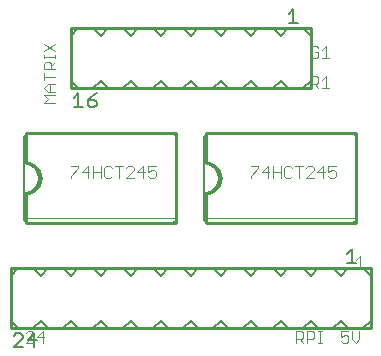
<source format=gto>
G75*
%MOIN*%
%OFA0B0*%
%FSLAX25Y25*%
%IPPOS*%
%LPD*%
%AMOC8*
5,1,8,0,0,1.08239X$1,22.5*
%
%ADD10C,0.01000*%
%ADD11C,0.00300*%
%ADD12C,0.00600*%
%ADD13C,0.00500*%
%ADD14C,0.00200*%
D10*
X0141000Y0081000D02*
X0141000Y0101000D01*
X0261000Y0101000D01*
X0261000Y0081000D01*
X0141000Y0081000D01*
X0146000Y0116000D02*
X0146000Y0126000D01*
X0146140Y0126002D01*
X0146280Y0126008D01*
X0146420Y0126018D01*
X0146560Y0126031D01*
X0146699Y0126049D01*
X0146838Y0126071D01*
X0146975Y0126096D01*
X0147113Y0126125D01*
X0147249Y0126158D01*
X0147384Y0126195D01*
X0147518Y0126236D01*
X0147651Y0126281D01*
X0147783Y0126329D01*
X0147913Y0126381D01*
X0148042Y0126436D01*
X0148169Y0126495D01*
X0148295Y0126558D01*
X0148419Y0126624D01*
X0148540Y0126693D01*
X0148660Y0126766D01*
X0148778Y0126843D01*
X0148893Y0126922D01*
X0149007Y0127005D01*
X0149117Y0127091D01*
X0149226Y0127180D01*
X0149332Y0127272D01*
X0149435Y0127367D01*
X0149536Y0127464D01*
X0149633Y0127565D01*
X0149728Y0127668D01*
X0149820Y0127774D01*
X0149909Y0127883D01*
X0149995Y0127993D01*
X0150078Y0128107D01*
X0150157Y0128222D01*
X0150234Y0128340D01*
X0150307Y0128460D01*
X0150376Y0128581D01*
X0150442Y0128705D01*
X0150505Y0128831D01*
X0150564Y0128958D01*
X0150619Y0129087D01*
X0150671Y0129217D01*
X0150719Y0129349D01*
X0150764Y0129482D01*
X0150805Y0129616D01*
X0150842Y0129751D01*
X0150875Y0129887D01*
X0150904Y0130025D01*
X0150929Y0130162D01*
X0150951Y0130301D01*
X0150969Y0130440D01*
X0150982Y0130580D01*
X0150992Y0130720D01*
X0150998Y0130860D01*
X0151000Y0131000D01*
X0150998Y0131140D01*
X0150992Y0131280D01*
X0150982Y0131420D01*
X0150969Y0131560D01*
X0150951Y0131699D01*
X0150929Y0131838D01*
X0150904Y0131975D01*
X0150875Y0132113D01*
X0150842Y0132249D01*
X0150805Y0132384D01*
X0150764Y0132518D01*
X0150719Y0132651D01*
X0150671Y0132783D01*
X0150619Y0132913D01*
X0150564Y0133042D01*
X0150505Y0133169D01*
X0150442Y0133295D01*
X0150376Y0133419D01*
X0150307Y0133540D01*
X0150234Y0133660D01*
X0150157Y0133778D01*
X0150078Y0133893D01*
X0149995Y0134007D01*
X0149909Y0134117D01*
X0149820Y0134226D01*
X0149728Y0134332D01*
X0149633Y0134435D01*
X0149536Y0134536D01*
X0149435Y0134633D01*
X0149332Y0134728D01*
X0149226Y0134820D01*
X0149117Y0134909D01*
X0149007Y0134995D01*
X0148893Y0135078D01*
X0148778Y0135157D01*
X0148660Y0135234D01*
X0148540Y0135307D01*
X0148419Y0135376D01*
X0148295Y0135442D01*
X0148169Y0135505D01*
X0148042Y0135564D01*
X0147913Y0135619D01*
X0147783Y0135671D01*
X0147651Y0135719D01*
X0147518Y0135764D01*
X0147384Y0135805D01*
X0147249Y0135842D01*
X0147113Y0135875D01*
X0146975Y0135904D01*
X0146838Y0135929D01*
X0146699Y0135951D01*
X0146560Y0135969D01*
X0146420Y0135982D01*
X0146280Y0135992D01*
X0146140Y0135998D01*
X0146000Y0136000D01*
X0146000Y0146000D01*
X0196000Y0146000D01*
X0196000Y0116000D01*
X0146000Y0116000D01*
X0161000Y0161000D02*
X0161000Y0181000D01*
X0241000Y0181000D01*
X0241000Y0161000D01*
X0161000Y0161000D01*
X0206000Y0146000D02*
X0206000Y0136000D01*
X0206140Y0135998D01*
X0206280Y0135992D01*
X0206420Y0135982D01*
X0206560Y0135969D01*
X0206699Y0135951D01*
X0206838Y0135929D01*
X0206975Y0135904D01*
X0207113Y0135875D01*
X0207249Y0135842D01*
X0207384Y0135805D01*
X0207518Y0135764D01*
X0207651Y0135719D01*
X0207783Y0135671D01*
X0207913Y0135619D01*
X0208042Y0135564D01*
X0208169Y0135505D01*
X0208295Y0135442D01*
X0208419Y0135376D01*
X0208540Y0135307D01*
X0208660Y0135234D01*
X0208778Y0135157D01*
X0208893Y0135078D01*
X0209007Y0134995D01*
X0209117Y0134909D01*
X0209226Y0134820D01*
X0209332Y0134728D01*
X0209435Y0134633D01*
X0209536Y0134536D01*
X0209633Y0134435D01*
X0209728Y0134332D01*
X0209820Y0134226D01*
X0209909Y0134117D01*
X0209995Y0134007D01*
X0210078Y0133893D01*
X0210157Y0133778D01*
X0210234Y0133660D01*
X0210307Y0133540D01*
X0210376Y0133419D01*
X0210442Y0133295D01*
X0210505Y0133169D01*
X0210564Y0133042D01*
X0210619Y0132913D01*
X0210671Y0132783D01*
X0210719Y0132651D01*
X0210764Y0132518D01*
X0210805Y0132384D01*
X0210842Y0132249D01*
X0210875Y0132113D01*
X0210904Y0131975D01*
X0210929Y0131838D01*
X0210951Y0131699D01*
X0210969Y0131560D01*
X0210982Y0131420D01*
X0210992Y0131280D01*
X0210998Y0131140D01*
X0211000Y0131000D01*
X0210998Y0130860D01*
X0210992Y0130720D01*
X0210982Y0130580D01*
X0210969Y0130440D01*
X0210951Y0130301D01*
X0210929Y0130162D01*
X0210904Y0130025D01*
X0210875Y0129887D01*
X0210842Y0129751D01*
X0210805Y0129616D01*
X0210764Y0129482D01*
X0210719Y0129349D01*
X0210671Y0129217D01*
X0210619Y0129087D01*
X0210564Y0128958D01*
X0210505Y0128831D01*
X0210442Y0128705D01*
X0210376Y0128581D01*
X0210307Y0128460D01*
X0210234Y0128340D01*
X0210157Y0128222D01*
X0210078Y0128107D01*
X0209995Y0127993D01*
X0209909Y0127883D01*
X0209820Y0127774D01*
X0209728Y0127668D01*
X0209633Y0127565D01*
X0209536Y0127464D01*
X0209435Y0127367D01*
X0209332Y0127272D01*
X0209226Y0127180D01*
X0209117Y0127091D01*
X0209007Y0127005D01*
X0208893Y0126922D01*
X0208778Y0126843D01*
X0208660Y0126766D01*
X0208540Y0126693D01*
X0208419Y0126624D01*
X0208295Y0126558D01*
X0208169Y0126495D01*
X0208042Y0126436D01*
X0207913Y0126381D01*
X0207783Y0126329D01*
X0207651Y0126281D01*
X0207518Y0126236D01*
X0207384Y0126195D01*
X0207249Y0126158D01*
X0207113Y0126125D01*
X0206975Y0126096D01*
X0206838Y0126071D01*
X0206699Y0126049D01*
X0206560Y0126031D01*
X0206420Y0126018D01*
X0206280Y0126008D01*
X0206140Y0126002D01*
X0206000Y0126000D01*
X0206000Y0116000D01*
X0256000Y0116000D01*
X0256000Y0146000D01*
X0206000Y0146000D01*
D11*
X0221150Y0134853D02*
X0223619Y0134853D01*
X0223619Y0134236D01*
X0221150Y0131767D01*
X0221150Y0131150D01*
X0224833Y0133002D02*
X0227302Y0133002D01*
X0228516Y0133002D02*
X0230985Y0133002D01*
X0232199Y0134236D02*
X0232199Y0131767D01*
X0232817Y0131150D01*
X0234051Y0131150D01*
X0234668Y0131767D01*
X0234668Y0134236D02*
X0234051Y0134853D01*
X0232817Y0134853D01*
X0232199Y0134236D01*
X0230985Y0134853D02*
X0230985Y0131150D01*
X0228516Y0131150D02*
X0228516Y0134853D01*
X0226685Y0134853D02*
X0224833Y0133002D01*
X0226685Y0134853D02*
X0226685Y0131150D01*
X0235883Y0134853D02*
X0238351Y0134853D01*
X0237117Y0134853D02*
X0237117Y0131150D01*
X0239566Y0131150D02*
X0242034Y0133619D01*
X0242034Y0134236D01*
X0241417Y0134853D01*
X0240183Y0134853D01*
X0239566Y0134236D01*
X0239566Y0131150D02*
X0242034Y0131150D01*
X0243249Y0133002D02*
X0245718Y0133002D01*
X0246932Y0133002D02*
X0248166Y0133619D01*
X0248784Y0133619D01*
X0249401Y0133002D01*
X0249401Y0131767D01*
X0248784Y0131150D01*
X0247549Y0131150D01*
X0246932Y0131767D01*
X0246932Y0133002D02*
X0246932Y0134853D01*
X0249401Y0134853D01*
X0245100Y0134853D02*
X0243249Y0133002D01*
X0245100Y0134853D02*
X0245100Y0131150D01*
X0257384Y0104853D02*
X0257384Y0101150D01*
X0256150Y0101150D02*
X0258619Y0101150D01*
X0256150Y0103619D02*
X0257384Y0104853D01*
X0257302Y0079853D02*
X0257302Y0077384D01*
X0256068Y0076150D01*
X0254833Y0077384D01*
X0254833Y0079853D01*
X0253619Y0079853D02*
X0251150Y0079853D01*
X0251150Y0078002D01*
X0252384Y0078619D01*
X0253002Y0078619D01*
X0253619Y0078002D01*
X0253619Y0076767D01*
X0253002Y0076150D01*
X0251767Y0076150D01*
X0251150Y0076767D01*
X0244751Y0076150D02*
X0243516Y0076150D01*
X0244133Y0076150D02*
X0244133Y0079853D01*
X0243516Y0079853D02*
X0244751Y0079853D01*
X0242302Y0079236D02*
X0241685Y0079853D01*
X0239833Y0079853D01*
X0239833Y0076150D01*
X0238619Y0076150D02*
X0237384Y0077384D01*
X0238002Y0077384D02*
X0236150Y0077384D01*
X0236150Y0076150D02*
X0236150Y0079853D01*
X0238002Y0079853D01*
X0238619Y0079236D01*
X0238619Y0078002D01*
X0238002Y0077384D01*
X0239833Y0077384D02*
X0241685Y0077384D01*
X0242302Y0078002D01*
X0242302Y0079236D01*
X0189401Y0131767D02*
X0188784Y0131150D01*
X0187549Y0131150D01*
X0186932Y0131767D01*
X0186932Y0133002D02*
X0188166Y0133619D01*
X0188784Y0133619D01*
X0189401Y0133002D01*
X0189401Y0131767D01*
X0186932Y0133002D02*
X0186932Y0134853D01*
X0189401Y0134853D01*
X0185718Y0133002D02*
X0183249Y0133002D01*
X0185100Y0134853D01*
X0185100Y0131150D01*
X0182034Y0131150D02*
X0179566Y0131150D01*
X0182034Y0133619D01*
X0182034Y0134236D01*
X0181417Y0134853D01*
X0180183Y0134853D01*
X0179566Y0134236D01*
X0178351Y0134853D02*
X0175883Y0134853D01*
X0177117Y0134853D02*
X0177117Y0131150D01*
X0174668Y0131767D02*
X0174051Y0131150D01*
X0172817Y0131150D01*
X0172199Y0131767D01*
X0172199Y0134236D01*
X0172817Y0134853D01*
X0174051Y0134853D01*
X0174668Y0134236D01*
X0170985Y0134853D02*
X0170985Y0131150D01*
X0170985Y0133002D02*
X0168516Y0133002D01*
X0167302Y0133002D02*
X0164833Y0133002D01*
X0166685Y0134853D01*
X0166685Y0131150D01*
X0168516Y0131150D02*
X0168516Y0134853D01*
X0163619Y0134853D02*
X0163619Y0134236D01*
X0161150Y0131767D01*
X0161150Y0131150D01*
X0161150Y0134853D02*
X0163619Y0134853D01*
X0155850Y0156150D02*
X0152147Y0156150D01*
X0153381Y0157384D01*
X0152147Y0158619D01*
X0155850Y0158619D01*
X0155850Y0159833D02*
X0153381Y0159833D01*
X0152147Y0161068D01*
X0153381Y0162302D01*
X0155850Y0162302D01*
X0153998Y0162302D02*
X0153998Y0159833D01*
X0152147Y0163516D02*
X0152147Y0165985D01*
X0152147Y0167199D02*
X0152147Y0169051D01*
X0152764Y0169668D01*
X0153998Y0169668D01*
X0154616Y0169051D01*
X0154616Y0167199D01*
X0155850Y0167199D02*
X0152147Y0167199D01*
X0152147Y0164751D02*
X0155850Y0164751D01*
X0154616Y0168434D02*
X0155850Y0169668D01*
X0155850Y0170883D02*
X0155850Y0172117D01*
X0155850Y0171500D02*
X0152147Y0171500D01*
X0152147Y0170883D02*
X0152147Y0172117D01*
X0152147Y0173338D02*
X0155850Y0175807D01*
X0155850Y0173338D02*
X0152147Y0175807D01*
X0241150Y0174236D02*
X0241150Y0171767D01*
X0241767Y0171150D01*
X0243002Y0171150D01*
X0243619Y0171767D01*
X0243619Y0173002D01*
X0242384Y0173002D01*
X0241150Y0174236D02*
X0241767Y0174853D01*
X0243002Y0174853D01*
X0243619Y0174236D01*
X0244833Y0173619D02*
X0246068Y0174853D01*
X0246068Y0171150D01*
X0247302Y0171150D02*
X0244833Y0171150D01*
X0246068Y0164853D02*
X0246068Y0161150D01*
X0247302Y0161150D02*
X0244833Y0161150D01*
X0243619Y0161150D02*
X0242384Y0162384D01*
X0243002Y0162384D02*
X0241150Y0162384D01*
X0241150Y0161150D02*
X0241150Y0164853D01*
X0243002Y0164853D01*
X0243619Y0164236D01*
X0243619Y0163002D01*
X0243002Y0162384D01*
X0244833Y0163619D02*
X0246068Y0164853D01*
X0151685Y0079853D02*
X0149833Y0078002D01*
X0152302Y0078002D01*
X0151685Y0079853D02*
X0151685Y0076150D01*
X0148619Y0076150D02*
X0146150Y0076150D01*
X0148619Y0078619D01*
X0148619Y0079236D01*
X0148002Y0079853D01*
X0146767Y0079853D01*
X0146150Y0079236D01*
D12*
X0148500Y0081000D02*
X0143500Y0081000D01*
X0141000Y0083500D01*
X0141000Y0098500D01*
X0143500Y0101000D01*
X0148500Y0101000D01*
X0151000Y0098500D01*
X0153500Y0101000D01*
X0158500Y0101000D01*
X0161000Y0098500D01*
X0163500Y0101000D01*
X0168500Y0101000D01*
X0171000Y0098500D01*
X0173500Y0101000D01*
X0178500Y0101000D01*
X0181000Y0098500D01*
X0183500Y0101000D01*
X0188500Y0101000D01*
X0191000Y0098500D01*
X0193500Y0101000D01*
X0198500Y0101000D01*
X0201000Y0098500D01*
X0203500Y0101000D01*
X0208500Y0101000D01*
X0211000Y0098500D01*
X0213500Y0101000D01*
X0218500Y0101000D01*
X0221000Y0098500D01*
X0223500Y0101000D01*
X0228500Y0101000D01*
X0231000Y0098500D01*
X0233500Y0101000D01*
X0238500Y0101000D01*
X0241000Y0098500D01*
X0243500Y0101000D01*
X0248500Y0101000D01*
X0251000Y0098500D01*
X0253500Y0101000D01*
X0258500Y0101000D01*
X0261000Y0098500D01*
X0261000Y0083500D01*
X0258500Y0081000D01*
X0253500Y0081000D01*
X0251000Y0083500D01*
X0248500Y0081000D01*
X0243500Y0081000D01*
X0241000Y0083500D01*
X0238500Y0081000D01*
X0233500Y0081000D01*
X0231000Y0083500D01*
X0228500Y0081000D01*
X0223500Y0081000D01*
X0221000Y0083500D01*
X0218500Y0081000D01*
X0213500Y0081000D01*
X0211000Y0083500D01*
X0208500Y0081000D01*
X0203500Y0081000D01*
X0201000Y0083500D01*
X0198500Y0081000D01*
X0193500Y0081000D01*
X0191000Y0083500D01*
X0188500Y0081000D01*
X0183500Y0081000D01*
X0181000Y0083500D01*
X0178500Y0081000D01*
X0173500Y0081000D01*
X0171000Y0083500D01*
X0168500Y0081000D01*
X0163500Y0081000D01*
X0161000Y0083500D01*
X0158500Y0081000D01*
X0153500Y0081000D01*
X0151000Y0083500D01*
X0148500Y0081000D01*
X0146900Y0116300D02*
X0146824Y0116302D01*
X0146748Y0116308D01*
X0146673Y0116317D01*
X0146598Y0116331D01*
X0146524Y0116348D01*
X0146451Y0116369D01*
X0146379Y0116393D01*
X0146308Y0116422D01*
X0146239Y0116453D01*
X0146172Y0116488D01*
X0146107Y0116527D01*
X0146043Y0116569D01*
X0145982Y0116614D01*
X0145923Y0116662D01*
X0145867Y0116713D01*
X0145813Y0116767D01*
X0145762Y0116823D01*
X0145714Y0116882D01*
X0145669Y0116943D01*
X0145627Y0117007D01*
X0145588Y0117072D01*
X0145553Y0117139D01*
X0145522Y0117208D01*
X0145493Y0117279D01*
X0145469Y0117351D01*
X0145448Y0117424D01*
X0145431Y0117498D01*
X0145417Y0117573D01*
X0145408Y0117648D01*
X0145402Y0117724D01*
X0145400Y0117800D01*
X0145400Y0126000D01*
X0145400Y0136000D01*
X0145400Y0144200D01*
X0145402Y0144276D01*
X0145408Y0144352D01*
X0145417Y0144427D01*
X0145431Y0144502D01*
X0145448Y0144576D01*
X0145469Y0144649D01*
X0145493Y0144721D01*
X0145522Y0144792D01*
X0145553Y0144861D01*
X0145588Y0144928D01*
X0145627Y0144993D01*
X0145669Y0145057D01*
X0145714Y0145118D01*
X0145762Y0145177D01*
X0145813Y0145233D01*
X0145867Y0145287D01*
X0145923Y0145338D01*
X0145982Y0145386D01*
X0146043Y0145431D01*
X0146107Y0145473D01*
X0146172Y0145512D01*
X0146239Y0145547D01*
X0146308Y0145578D01*
X0146379Y0145607D01*
X0146451Y0145631D01*
X0146524Y0145652D01*
X0146598Y0145669D01*
X0146673Y0145683D01*
X0146748Y0145692D01*
X0146824Y0145698D01*
X0146900Y0145700D01*
X0145400Y0136000D02*
X0145540Y0135998D01*
X0145680Y0135992D01*
X0145820Y0135982D01*
X0145960Y0135969D01*
X0146099Y0135951D01*
X0146238Y0135929D01*
X0146375Y0135904D01*
X0146513Y0135875D01*
X0146649Y0135842D01*
X0146784Y0135805D01*
X0146918Y0135764D01*
X0147051Y0135719D01*
X0147183Y0135671D01*
X0147313Y0135619D01*
X0147442Y0135564D01*
X0147569Y0135505D01*
X0147695Y0135442D01*
X0147819Y0135376D01*
X0147940Y0135307D01*
X0148060Y0135234D01*
X0148178Y0135157D01*
X0148293Y0135078D01*
X0148407Y0134995D01*
X0148517Y0134909D01*
X0148626Y0134820D01*
X0148732Y0134728D01*
X0148835Y0134633D01*
X0148936Y0134536D01*
X0149033Y0134435D01*
X0149128Y0134332D01*
X0149220Y0134226D01*
X0149309Y0134117D01*
X0149395Y0134007D01*
X0149478Y0133893D01*
X0149557Y0133778D01*
X0149634Y0133660D01*
X0149707Y0133540D01*
X0149776Y0133419D01*
X0149842Y0133295D01*
X0149905Y0133169D01*
X0149964Y0133042D01*
X0150019Y0132913D01*
X0150071Y0132783D01*
X0150119Y0132651D01*
X0150164Y0132518D01*
X0150205Y0132384D01*
X0150242Y0132249D01*
X0150275Y0132113D01*
X0150304Y0131975D01*
X0150329Y0131838D01*
X0150351Y0131699D01*
X0150369Y0131560D01*
X0150382Y0131420D01*
X0150392Y0131280D01*
X0150398Y0131140D01*
X0150400Y0131000D01*
X0150398Y0130860D01*
X0150392Y0130720D01*
X0150382Y0130580D01*
X0150369Y0130440D01*
X0150351Y0130301D01*
X0150329Y0130162D01*
X0150304Y0130025D01*
X0150275Y0129887D01*
X0150242Y0129751D01*
X0150205Y0129616D01*
X0150164Y0129482D01*
X0150119Y0129349D01*
X0150071Y0129217D01*
X0150019Y0129087D01*
X0149964Y0128958D01*
X0149905Y0128831D01*
X0149842Y0128705D01*
X0149776Y0128581D01*
X0149707Y0128460D01*
X0149634Y0128340D01*
X0149557Y0128222D01*
X0149478Y0128107D01*
X0149395Y0127993D01*
X0149309Y0127883D01*
X0149220Y0127774D01*
X0149128Y0127668D01*
X0149033Y0127565D01*
X0148936Y0127464D01*
X0148835Y0127367D01*
X0148732Y0127272D01*
X0148626Y0127180D01*
X0148517Y0127091D01*
X0148407Y0127005D01*
X0148293Y0126922D01*
X0148178Y0126843D01*
X0148060Y0126766D01*
X0147940Y0126693D01*
X0147819Y0126624D01*
X0147695Y0126558D01*
X0147569Y0126495D01*
X0147442Y0126436D01*
X0147313Y0126381D01*
X0147183Y0126329D01*
X0147051Y0126281D01*
X0146918Y0126236D01*
X0146784Y0126195D01*
X0146649Y0126158D01*
X0146513Y0126125D01*
X0146375Y0126096D01*
X0146238Y0126071D01*
X0146099Y0126049D01*
X0145960Y0126031D01*
X0145820Y0126018D01*
X0145680Y0126008D01*
X0145540Y0126002D01*
X0145400Y0126000D01*
X0163500Y0161000D02*
X0161000Y0163500D01*
X0161000Y0178500D01*
X0163500Y0181000D01*
X0168500Y0181000D01*
X0171000Y0178500D01*
X0173500Y0181000D01*
X0178500Y0181000D01*
X0181000Y0178500D01*
X0183500Y0181000D01*
X0188500Y0181000D01*
X0191000Y0178500D01*
X0193500Y0181000D01*
X0198500Y0181000D01*
X0201000Y0178500D01*
X0203500Y0181000D01*
X0208500Y0181000D01*
X0211000Y0178500D01*
X0213500Y0181000D01*
X0218500Y0181000D01*
X0221000Y0178500D01*
X0223500Y0181000D01*
X0228500Y0181000D01*
X0231000Y0178500D01*
X0233500Y0181000D01*
X0238500Y0181000D01*
X0241000Y0178500D01*
X0241000Y0163500D01*
X0238500Y0161000D01*
X0233500Y0161000D01*
X0231000Y0163500D01*
X0228500Y0161000D01*
X0223500Y0161000D01*
X0221000Y0163500D01*
X0218500Y0161000D01*
X0213500Y0161000D01*
X0211000Y0163500D01*
X0208500Y0161000D01*
X0203500Y0161000D01*
X0201000Y0163500D01*
X0198500Y0161000D01*
X0193500Y0161000D01*
X0191000Y0163500D01*
X0188500Y0161000D01*
X0183500Y0161000D01*
X0181000Y0163500D01*
X0178500Y0161000D01*
X0173500Y0161000D01*
X0171000Y0163500D01*
X0168500Y0161000D01*
X0163500Y0161000D01*
X0195100Y0145700D02*
X0195176Y0145698D01*
X0195252Y0145692D01*
X0195327Y0145683D01*
X0195402Y0145669D01*
X0195476Y0145652D01*
X0195549Y0145631D01*
X0195621Y0145607D01*
X0195692Y0145578D01*
X0195761Y0145547D01*
X0195828Y0145512D01*
X0195893Y0145473D01*
X0195957Y0145431D01*
X0196018Y0145386D01*
X0196077Y0145338D01*
X0196133Y0145287D01*
X0196187Y0145233D01*
X0196238Y0145177D01*
X0196286Y0145118D01*
X0196331Y0145057D01*
X0196373Y0144993D01*
X0196412Y0144928D01*
X0196447Y0144861D01*
X0196478Y0144792D01*
X0196507Y0144721D01*
X0196531Y0144649D01*
X0196552Y0144576D01*
X0196569Y0144502D01*
X0196583Y0144427D01*
X0196592Y0144352D01*
X0196598Y0144276D01*
X0196600Y0144200D01*
X0196600Y0117800D01*
X0196598Y0117724D01*
X0196592Y0117648D01*
X0196583Y0117573D01*
X0196569Y0117498D01*
X0196552Y0117424D01*
X0196531Y0117351D01*
X0196507Y0117279D01*
X0196478Y0117208D01*
X0196447Y0117139D01*
X0196412Y0117072D01*
X0196373Y0117007D01*
X0196331Y0116943D01*
X0196286Y0116882D01*
X0196238Y0116823D01*
X0196187Y0116767D01*
X0196133Y0116713D01*
X0196077Y0116662D01*
X0196018Y0116614D01*
X0195957Y0116569D01*
X0195893Y0116527D01*
X0195828Y0116488D01*
X0195761Y0116453D01*
X0195692Y0116422D01*
X0195621Y0116393D01*
X0195549Y0116369D01*
X0195476Y0116348D01*
X0195402Y0116331D01*
X0195327Y0116317D01*
X0195252Y0116308D01*
X0195176Y0116302D01*
X0195100Y0116300D01*
X0205400Y0117800D02*
X0205400Y0126000D01*
X0205400Y0136000D01*
X0205400Y0144200D01*
X0205402Y0144276D01*
X0205408Y0144352D01*
X0205417Y0144427D01*
X0205431Y0144502D01*
X0205448Y0144576D01*
X0205469Y0144649D01*
X0205493Y0144721D01*
X0205522Y0144792D01*
X0205553Y0144861D01*
X0205588Y0144928D01*
X0205627Y0144993D01*
X0205669Y0145057D01*
X0205714Y0145118D01*
X0205762Y0145177D01*
X0205813Y0145233D01*
X0205867Y0145287D01*
X0205923Y0145338D01*
X0205982Y0145386D01*
X0206043Y0145431D01*
X0206107Y0145473D01*
X0206172Y0145512D01*
X0206239Y0145547D01*
X0206308Y0145578D01*
X0206379Y0145607D01*
X0206451Y0145631D01*
X0206524Y0145652D01*
X0206598Y0145669D01*
X0206673Y0145683D01*
X0206748Y0145692D01*
X0206824Y0145698D01*
X0206900Y0145700D01*
X0205400Y0136000D02*
X0205540Y0135998D01*
X0205680Y0135992D01*
X0205820Y0135982D01*
X0205960Y0135969D01*
X0206099Y0135951D01*
X0206238Y0135929D01*
X0206375Y0135904D01*
X0206513Y0135875D01*
X0206649Y0135842D01*
X0206784Y0135805D01*
X0206918Y0135764D01*
X0207051Y0135719D01*
X0207183Y0135671D01*
X0207313Y0135619D01*
X0207442Y0135564D01*
X0207569Y0135505D01*
X0207695Y0135442D01*
X0207819Y0135376D01*
X0207940Y0135307D01*
X0208060Y0135234D01*
X0208178Y0135157D01*
X0208293Y0135078D01*
X0208407Y0134995D01*
X0208517Y0134909D01*
X0208626Y0134820D01*
X0208732Y0134728D01*
X0208835Y0134633D01*
X0208936Y0134536D01*
X0209033Y0134435D01*
X0209128Y0134332D01*
X0209220Y0134226D01*
X0209309Y0134117D01*
X0209395Y0134007D01*
X0209478Y0133893D01*
X0209557Y0133778D01*
X0209634Y0133660D01*
X0209707Y0133540D01*
X0209776Y0133419D01*
X0209842Y0133295D01*
X0209905Y0133169D01*
X0209964Y0133042D01*
X0210019Y0132913D01*
X0210071Y0132783D01*
X0210119Y0132651D01*
X0210164Y0132518D01*
X0210205Y0132384D01*
X0210242Y0132249D01*
X0210275Y0132113D01*
X0210304Y0131975D01*
X0210329Y0131838D01*
X0210351Y0131699D01*
X0210369Y0131560D01*
X0210382Y0131420D01*
X0210392Y0131280D01*
X0210398Y0131140D01*
X0210400Y0131000D01*
X0210398Y0130860D01*
X0210392Y0130720D01*
X0210382Y0130580D01*
X0210369Y0130440D01*
X0210351Y0130301D01*
X0210329Y0130162D01*
X0210304Y0130025D01*
X0210275Y0129887D01*
X0210242Y0129751D01*
X0210205Y0129616D01*
X0210164Y0129482D01*
X0210119Y0129349D01*
X0210071Y0129217D01*
X0210019Y0129087D01*
X0209964Y0128958D01*
X0209905Y0128831D01*
X0209842Y0128705D01*
X0209776Y0128581D01*
X0209707Y0128460D01*
X0209634Y0128340D01*
X0209557Y0128222D01*
X0209478Y0128107D01*
X0209395Y0127993D01*
X0209309Y0127883D01*
X0209220Y0127774D01*
X0209128Y0127668D01*
X0209033Y0127565D01*
X0208936Y0127464D01*
X0208835Y0127367D01*
X0208732Y0127272D01*
X0208626Y0127180D01*
X0208517Y0127091D01*
X0208407Y0127005D01*
X0208293Y0126922D01*
X0208178Y0126843D01*
X0208060Y0126766D01*
X0207940Y0126693D01*
X0207819Y0126624D01*
X0207695Y0126558D01*
X0207569Y0126495D01*
X0207442Y0126436D01*
X0207313Y0126381D01*
X0207183Y0126329D01*
X0207051Y0126281D01*
X0206918Y0126236D01*
X0206784Y0126195D01*
X0206649Y0126158D01*
X0206513Y0126125D01*
X0206375Y0126096D01*
X0206238Y0126071D01*
X0206099Y0126049D01*
X0205960Y0126031D01*
X0205820Y0126018D01*
X0205680Y0126008D01*
X0205540Y0126002D01*
X0205400Y0126000D01*
X0205400Y0117800D02*
X0205402Y0117724D01*
X0205408Y0117648D01*
X0205417Y0117573D01*
X0205431Y0117498D01*
X0205448Y0117424D01*
X0205469Y0117351D01*
X0205493Y0117279D01*
X0205522Y0117208D01*
X0205553Y0117139D01*
X0205588Y0117072D01*
X0205627Y0117007D01*
X0205669Y0116943D01*
X0205714Y0116882D01*
X0205762Y0116823D01*
X0205813Y0116767D01*
X0205867Y0116713D01*
X0205923Y0116662D01*
X0205982Y0116614D01*
X0206043Y0116569D01*
X0206107Y0116527D01*
X0206172Y0116488D01*
X0206239Y0116453D01*
X0206308Y0116422D01*
X0206379Y0116393D01*
X0206451Y0116369D01*
X0206524Y0116348D01*
X0206598Y0116331D01*
X0206673Y0116317D01*
X0206748Y0116308D01*
X0206824Y0116302D01*
X0206900Y0116300D01*
X0255100Y0116300D02*
X0255176Y0116302D01*
X0255252Y0116308D01*
X0255327Y0116317D01*
X0255402Y0116331D01*
X0255476Y0116348D01*
X0255549Y0116369D01*
X0255621Y0116393D01*
X0255692Y0116422D01*
X0255761Y0116453D01*
X0255828Y0116488D01*
X0255893Y0116527D01*
X0255957Y0116569D01*
X0256018Y0116614D01*
X0256077Y0116662D01*
X0256133Y0116713D01*
X0256187Y0116767D01*
X0256238Y0116823D01*
X0256286Y0116882D01*
X0256331Y0116943D01*
X0256373Y0117007D01*
X0256412Y0117072D01*
X0256447Y0117139D01*
X0256478Y0117208D01*
X0256507Y0117279D01*
X0256531Y0117351D01*
X0256552Y0117424D01*
X0256569Y0117498D01*
X0256583Y0117573D01*
X0256592Y0117648D01*
X0256598Y0117724D01*
X0256600Y0117800D01*
X0256600Y0144200D01*
X0256598Y0144276D01*
X0256592Y0144352D01*
X0256583Y0144427D01*
X0256569Y0144502D01*
X0256552Y0144576D01*
X0256531Y0144649D01*
X0256507Y0144721D01*
X0256478Y0144792D01*
X0256447Y0144861D01*
X0256412Y0144928D01*
X0256373Y0144993D01*
X0256331Y0145057D01*
X0256286Y0145118D01*
X0256238Y0145177D01*
X0256187Y0145233D01*
X0256133Y0145287D01*
X0256077Y0145338D01*
X0256018Y0145386D01*
X0255957Y0145431D01*
X0255893Y0145473D01*
X0255828Y0145512D01*
X0255761Y0145547D01*
X0255692Y0145578D01*
X0255621Y0145607D01*
X0255549Y0145631D01*
X0255476Y0145652D01*
X0255402Y0145669D01*
X0255327Y0145683D01*
X0255252Y0145692D01*
X0255176Y0145698D01*
X0255100Y0145700D01*
D13*
X0145045Y0077753D02*
X0142042Y0074750D01*
X0145045Y0074750D01*
X0146646Y0077002D02*
X0149649Y0077002D01*
X0148898Y0079254D02*
X0146646Y0077002D01*
X0145045Y0077753D02*
X0145045Y0078503D01*
X0144294Y0079254D01*
X0142793Y0079254D01*
X0142042Y0078503D01*
X0148898Y0079254D02*
X0148898Y0074750D01*
X0162042Y0154750D02*
X0165045Y0154750D01*
X0163543Y0154750D02*
X0163543Y0159254D01*
X0162042Y0157753D01*
X0166646Y0157002D02*
X0168898Y0157002D01*
X0169649Y0156251D01*
X0169649Y0155501D01*
X0168898Y0154750D01*
X0167397Y0154750D01*
X0166646Y0155501D01*
X0166646Y0157002D01*
X0168147Y0158503D01*
X0169649Y0159254D01*
X0233646Y0182750D02*
X0236649Y0182750D01*
X0235147Y0182750D02*
X0235147Y0187254D01*
X0233646Y0185753D01*
X0254647Y0107254D02*
X0253146Y0105753D01*
X0254647Y0107254D02*
X0254647Y0102750D01*
X0253146Y0102750D02*
X0256149Y0102750D01*
D14*
X0256500Y0117700D02*
X0205500Y0117700D01*
X0196500Y0117700D02*
X0145500Y0117700D01*
M02*

</source>
